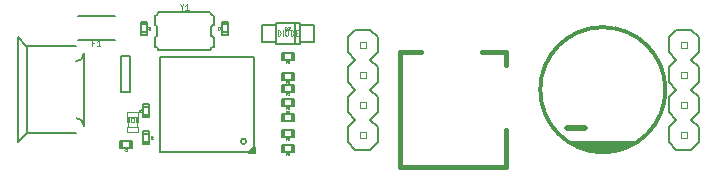
<source format=gto>
G04 (created by PCBNEW (2013-07-07 BZR 4022)-stable) date 4/25/2015 1:18:05 AM*
%MOIN*%
G04 Gerber Fmt 3.4, Leading zero omitted, Abs format*
%FSLAX34Y34*%
G01*
G70*
G90*
G04 APERTURE LIST*
%ADD10C,0.00590551*%
%ADD11C,0.005*%
%ADD12C,0.0079*%
%ADD13C,0.0026*%
%ADD14C,0.004*%
%ADD15C,0.015*%
%ADD16C,0.012*%
%ADD17C,0.019685*%
%ADD18C,0.008*%
%ADD19C,0.002*%
%ADD20C,0.0035*%
%ADD21C,0.0024*%
%ADD22C,0.0012*%
%ADD23C,0.0039*%
G04 APERTURE END LIST*
G54D10*
G54D11*
X44600Y-15198D02*
X44600Y-17601D01*
X44345Y-17346D02*
G75*
G02X44600Y-17601I0J-255D01*
G74*
G01*
X44345Y-17856D02*
X42732Y-17856D01*
X44346Y-15452D02*
G75*
G03X44600Y-15198I0J254D01*
G74*
G01*
X44346Y-14944D02*
X42732Y-14944D01*
X42400Y-14650D02*
X42400Y-18150D01*
X42400Y-14650D02*
X42683Y-14933D01*
X42748Y-14943D02*
X42695Y-14943D01*
X42695Y-14943D02*
X42683Y-14933D01*
X42403Y-18152D02*
X42685Y-17870D01*
X42688Y-17867D02*
X42700Y-17857D01*
X42700Y-17857D02*
X42733Y-17857D01*
X42703Y-14940D02*
X42703Y-17855D01*
X46150Y-15275D02*
X46150Y-16475D01*
X46150Y-16475D02*
X45850Y-16475D01*
X45850Y-16475D02*
X45850Y-15275D01*
X45850Y-15275D02*
X46150Y-15275D01*
X52270Y-14235D02*
X52270Y-14795D01*
X51000Y-14165D02*
X51810Y-14165D01*
X51810Y-14885D02*
X51000Y-14885D01*
X50540Y-14235D02*
X50540Y-14795D01*
X50970Y-14795D02*
X50550Y-14795D01*
X50550Y-14235D02*
X50980Y-14235D01*
X51830Y-14235D02*
X52270Y-14235D01*
X52260Y-14795D02*
X51830Y-14795D01*
X50990Y-14165D02*
X50990Y-14885D01*
X51650Y-14165D02*
X51650Y-14885D01*
X51810Y-14885D02*
X51810Y-14165D01*
X50117Y-18475D02*
X50117Y-18514D01*
X50117Y-18514D02*
X50314Y-18514D01*
X50314Y-18514D02*
X50314Y-18317D01*
X50314Y-18317D02*
X50275Y-18317D01*
X50117Y-18475D02*
X50275Y-18317D01*
X50275Y-18317D02*
X50275Y-18357D01*
X50275Y-18357D02*
X50157Y-18475D01*
X50157Y-18475D02*
X50196Y-18475D01*
X50196Y-18475D02*
X50275Y-18396D01*
G54D12*
X50007Y-18120D02*
G75*
G03X50007Y-18120I-87J0D01*
G74*
G01*
X50275Y-18475D02*
X50275Y-15325D01*
X50275Y-15325D02*
X47125Y-15325D01*
X47125Y-15325D02*
X47125Y-18475D01*
X47125Y-18475D02*
X50275Y-18475D01*
G54D11*
X45654Y-13956D02*
X44395Y-13956D01*
X45654Y-14743D02*
X44395Y-14743D01*
G54D13*
X46048Y-17298D02*
X46402Y-17298D01*
X46402Y-17298D02*
X46402Y-17141D01*
X46048Y-17141D02*
X46402Y-17141D01*
X46048Y-17298D02*
X46048Y-17141D01*
X46048Y-17809D02*
X46402Y-17809D01*
X46402Y-17809D02*
X46402Y-17652D01*
X46048Y-17652D02*
X46402Y-17652D01*
X46048Y-17809D02*
X46048Y-17652D01*
X46048Y-17475D02*
X46107Y-17475D01*
X46107Y-17475D02*
X46107Y-17357D01*
X46048Y-17357D02*
X46107Y-17357D01*
X46048Y-17475D02*
X46048Y-17357D01*
X46343Y-17475D02*
X46402Y-17475D01*
X46402Y-17475D02*
X46402Y-17357D01*
X46343Y-17357D02*
X46402Y-17357D01*
X46343Y-17475D02*
X46343Y-17357D01*
X46166Y-17475D02*
X46284Y-17475D01*
X46284Y-17475D02*
X46284Y-17357D01*
X46166Y-17357D02*
X46284Y-17357D01*
X46166Y-17475D02*
X46166Y-17357D01*
G54D14*
X46068Y-17298D02*
X46068Y-17652D01*
X46382Y-17298D02*
X46382Y-17652D01*
G54D11*
X46565Y-16970D02*
X46785Y-16970D01*
X46565Y-17230D02*
X46785Y-17230D01*
X46565Y-17310D02*
X46785Y-17310D01*
X46785Y-17310D02*
X46785Y-16890D01*
X46785Y-16890D02*
X46565Y-16890D01*
X46565Y-16890D02*
X46565Y-17310D01*
X51270Y-16935D02*
X51270Y-16715D01*
X51530Y-16935D02*
X51530Y-16715D01*
X51610Y-16935D02*
X51610Y-16715D01*
X51610Y-16715D02*
X51190Y-16715D01*
X51190Y-16715D02*
X51190Y-16935D01*
X51190Y-16935D02*
X51610Y-16935D01*
X51270Y-16460D02*
X51270Y-16240D01*
X51530Y-16460D02*
X51530Y-16240D01*
X51610Y-16460D02*
X51610Y-16240D01*
X51610Y-16240D02*
X51190Y-16240D01*
X51190Y-16240D02*
X51190Y-16460D01*
X51190Y-16460D02*
X51610Y-16460D01*
X51270Y-16060D02*
X51270Y-15840D01*
X51530Y-16060D02*
X51530Y-15840D01*
X51610Y-16060D02*
X51610Y-15840D01*
X51610Y-15840D02*
X51190Y-15840D01*
X51190Y-15840D02*
X51190Y-16060D01*
X51190Y-16060D02*
X51610Y-16060D01*
X46785Y-18130D02*
X46565Y-18130D01*
X46785Y-17870D02*
X46565Y-17870D01*
X46785Y-17790D02*
X46565Y-17790D01*
X46565Y-17790D02*
X46565Y-18210D01*
X46565Y-18210D02*
X46785Y-18210D01*
X46785Y-18210D02*
X46785Y-17790D01*
X51270Y-15410D02*
X51270Y-15190D01*
X51530Y-15410D02*
X51530Y-15190D01*
X51610Y-15410D02*
X51610Y-15190D01*
X51610Y-15190D02*
X51190Y-15190D01*
X51190Y-15190D02*
X51190Y-15410D01*
X51190Y-15410D02*
X51610Y-15410D01*
X46710Y-14480D02*
X46490Y-14480D01*
X46710Y-14220D02*
X46490Y-14220D01*
X46710Y-14140D02*
X46490Y-14140D01*
X46490Y-14140D02*
X46490Y-14560D01*
X46490Y-14560D02*
X46710Y-14560D01*
X46710Y-14560D02*
X46710Y-14140D01*
X49190Y-14220D02*
X49410Y-14220D01*
X49190Y-14480D02*
X49410Y-14480D01*
X49190Y-14560D02*
X49410Y-14560D01*
X49410Y-14560D02*
X49410Y-14140D01*
X49410Y-14140D02*
X49190Y-14140D01*
X49190Y-14140D02*
X49190Y-14560D01*
X51530Y-17215D02*
X51530Y-17435D01*
X51270Y-17215D02*
X51270Y-17435D01*
X51190Y-17215D02*
X51190Y-17435D01*
X51190Y-17435D02*
X51610Y-17435D01*
X51610Y-17435D02*
X51610Y-17215D01*
X51610Y-17215D02*
X51190Y-17215D01*
X45870Y-18335D02*
X45870Y-18115D01*
X46130Y-18335D02*
X46130Y-18115D01*
X46210Y-18335D02*
X46210Y-18115D01*
X46210Y-18115D02*
X45790Y-18115D01*
X45790Y-18115D02*
X45790Y-18335D01*
X45790Y-18335D02*
X46210Y-18335D01*
X51270Y-17960D02*
X51270Y-17740D01*
X51530Y-17960D02*
X51530Y-17740D01*
X51610Y-17960D02*
X51610Y-17740D01*
X51610Y-17740D02*
X51190Y-17740D01*
X51190Y-17740D02*
X51190Y-17960D01*
X51190Y-17960D02*
X51610Y-17960D01*
X51270Y-18460D02*
X51270Y-18240D01*
X51530Y-18460D02*
X51530Y-18240D01*
X51610Y-18460D02*
X51610Y-18240D01*
X51610Y-18240D02*
X51190Y-18240D01*
X51190Y-18240D02*
X51190Y-18460D01*
X51190Y-18460D02*
X51610Y-18460D01*
G54D10*
X48816Y-13820D02*
G75*
G03X48934Y-13938I118J0D01*
G74*
G01*
X46965Y-13938D02*
G75*
G03X47083Y-13820I0J118D01*
G74*
G01*
X47083Y-13820D02*
X48816Y-13820D01*
X46965Y-14253D02*
X46965Y-13938D01*
X48934Y-14253D02*
X48934Y-13938D01*
X48855Y-14607D02*
X48855Y-14292D01*
X48855Y-14607D02*
X48934Y-14646D01*
X48855Y-14292D02*
X48934Y-14253D01*
X48934Y-14961D02*
X48934Y-14646D01*
X48934Y-14961D02*
G75*
G03X48816Y-15079I0J-118D01*
G74*
G01*
X47083Y-15079D02*
X48816Y-15079D01*
X46965Y-14961D02*
X46965Y-14646D01*
X47083Y-15079D02*
G75*
G03X46965Y-14961I-118J0D01*
G74*
G01*
X46965Y-14646D02*
X47044Y-14607D01*
X46965Y-14253D02*
X47044Y-14292D01*
X47044Y-14607D02*
X47044Y-14292D01*
G54D15*
X58671Y-18962D02*
X58671Y-17742D01*
X58671Y-15144D02*
X58671Y-15577D01*
X55128Y-15144D02*
X55837Y-15144D01*
X57884Y-15144D02*
X58671Y-15144D01*
X55128Y-18963D02*
X58672Y-18963D01*
X55128Y-15144D02*
X55128Y-18963D01*
G54D16*
X62962Y-18171D02*
X60837Y-18171D01*
X60994Y-18250D02*
X62805Y-18250D01*
X61151Y-18329D02*
X62648Y-18329D01*
X62411Y-18407D02*
X61388Y-18407D01*
X63986Y-16400D02*
G75*
G03X63986Y-16400I-2086J0D01*
G74*
G01*
G54D17*
X61309Y-17679D02*
X60718Y-17679D01*
G54D13*
X53800Y-17800D02*
X53800Y-18000D01*
X53800Y-18000D02*
X54000Y-18000D01*
X54000Y-17800D02*
X54000Y-18000D01*
X53800Y-17800D02*
X54000Y-17800D01*
X53800Y-16800D02*
X53800Y-17000D01*
X53800Y-17000D02*
X54000Y-17000D01*
X54000Y-16800D02*
X54000Y-17000D01*
X53800Y-16800D02*
X54000Y-16800D01*
X53800Y-15800D02*
X53800Y-16000D01*
X53800Y-16000D02*
X54000Y-16000D01*
X54000Y-15800D02*
X54000Y-16000D01*
X53800Y-15800D02*
X54000Y-15800D01*
X53800Y-14800D02*
X53800Y-15000D01*
X53800Y-15000D02*
X54000Y-15000D01*
X54000Y-14800D02*
X54000Y-15000D01*
X53800Y-14800D02*
X54000Y-14800D01*
G54D18*
X54400Y-17650D02*
X54400Y-18150D01*
X54400Y-18150D02*
X54150Y-18400D01*
X53650Y-18400D02*
X53400Y-18150D01*
X54150Y-16400D02*
X54400Y-16650D01*
X54400Y-16650D02*
X54400Y-17150D01*
X54400Y-17150D02*
X54150Y-17400D01*
X53650Y-17400D02*
X53400Y-17150D01*
X53400Y-17150D02*
X53400Y-16650D01*
X53400Y-16650D02*
X53650Y-16400D01*
X54400Y-17650D02*
X54150Y-17400D01*
X53650Y-17400D02*
X53400Y-17650D01*
X53400Y-18150D02*
X53400Y-17650D01*
X54400Y-14650D02*
X54400Y-15150D01*
X54400Y-15150D02*
X54150Y-15400D01*
X53650Y-15400D02*
X53400Y-15150D01*
X54150Y-15400D02*
X54400Y-15650D01*
X54400Y-15650D02*
X54400Y-16150D01*
X54400Y-16150D02*
X54150Y-16400D01*
X53650Y-16400D02*
X53400Y-16150D01*
X53400Y-16150D02*
X53400Y-15650D01*
X53400Y-15650D02*
X53650Y-15400D01*
X54150Y-14400D02*
X53650Y-14400D01*
X54400Y-14650D02*
X54150Y-14400D01*
X53650Y-14400D02*
X53400Y-14650D01*
X53400Y-15150D02*
X53400Y-14650D01*
X54150Y-18400D02*
X53650Y-18400D01*
G54D13*
X64500Y-17800D02*
X64500Y-18000D01*
X64500Y-18000D02*
X64700Y-18000D01*
X64700Y-17800D02*
X64700Y-18000D01*
X64500Y-17800D02*
X64700Y-17800D01*
X64500Y-16800D02*
X64500Y-17000D01*
X64500Y-17000D02*
X64700Y-17000D01*
X64700Y-16800D02*
X64700Y-17000D01*
X64500Y-16800D02*
X64700Y-16800D01*
X64500Y-15800D02*
X64500Y-16000D01*
X64500Y-16000D02*
X64700Y-16000D01*
X64700Y-15800D02*
X64700Y-16000D01*
X64500Y-15800D02*
X64700Y-15800D01*
X64500Y-14800D02*
X64500Y-15000D01*
X64500Y-15000D02*
X64700Y-15000D01*
X64700Y-14800D02*
X64700Y-15000D01*
X64500Y-14800D02*
X64700Y-14800D01*
G54D18*
X65100Y-17650D02*
X65100Y-18150D01*
X65100Y-18150D02*
X64850Y-18400D01*
X64350Y-18400D02*
X64100Y-18150D01*
X64850Y-16400D02*
X65100Y-16650D01*
X65100Y-16650D02*
X65100Y-17150D01*
X65100Y-17150D02*
X64850Y-17400D01*
X64350Y-17400D02*
X64100Y-17150D01*
X64100Y-17150D02*
X64100Y-16650D01*
X64100Y-16650D02*
X64350Y-16400D01*
X65100Y-17650D02*
X64850Y-17400D01*
X64350Y-17400D02*
X64100Y-17650D01*
X64100Y-18150D02*
X64100Y-17650D01*
X65100Y-14650D02*
X65100Y-15150D01*
X65100Y-15150D02*
X64850Y-15400D01*
X64350Y-15400D02*
X64100Y-15150D01*
X64850Y-15400D02*
X65100Y-15650D01*
X65100Y-15650D02*
X65100Y-16150D01*
X65100Y-16150D02*
X64850Y-16400D01*
X64350Y-16400D02*
X64100Y-16150D01*
X64100Y-16150D02*
X64100Y-15650D01*
X64100Y-15650D02*
X64350Y-15400D01*
X64850Y-14400D02*
X64350Y-14400D01*
X65100Y-14650D02*
X64850Y-14400D01*
X64350Y-14400D02*
X64100Y-14650D01*
X64100Y-15150D02*
X64100Y-14650D01*
X64850Y-18400D02*
X64350Y-18400D01*
G54D19*
X51306Y-14405D02*
X51306Y-14305D01*
X51330Y-14305D01*
X51344Y-14310D01*
X51353Y-14319D01*
X51358Y-14329D01*
X51363Y-14348D01*
X51363Y-14362D01*
X51358Y-14381D01*
X51353Y-14391D01*
X51344Y-14400D01*
X51330Y-14405D01*
X51306Y-14405D01*
X51401Y-14315D02*
X51406Y-14310D01*
X51415Y-14305D01*
X51439Y-14305D01*
X51449Y-14310D01*
X51453Y-14315D01*
X51458Y-14324D01*
X51458Y-14334D01*
X51453Y-14348D01*
X51396Y-14405D01*
X51458Y-14405D01*
G54D20*
X51064Y-14593D02*
X51064Y-14423D01*
X51104Y-14423D01*
X51128Y-14431D01*
X51145Y-14448D01*
X51153Y-14464D01*
X51161Y-14496D01*
X51161Y-14520D01*
X51153Y-14553D01*
X51145Y-14569D01*
X51128Y-14585D01*
X51104Y-14593D01*
X51064Y-14593D01*
X51234Y-14593D02*
X51234Y-14423D01*
X51347Y-14423D02*
X51379Y-14423D01*
X51395Y-14431D01*
X51412Y-14448D01*
X51420Y-14480D01*
X51420Y-14537D01*
X51412Y-14569D01*
X51395Y-14585D01*
X51379Y-14593D01*
X51347Y-14593D01*
X51331Y-14585D01*
X51315Y-14569D01*
X51306Y-14537D01*
X51306Y-14480D01*
X51315Y-14448D01*
X51331Y-14431D01*
X51347Y-14423D01*
X51493Y-14593D02*
X51493Y-14423D01*
X51533Y-14423D01*
X51557Y-14431D01*
X51574Y-14448D01*
X51582Y-14464D01*
X51590Y-14496D01*
X51590Y-14520D01*
X51582Y-14553D01*
X51574Y-14569D01*
X51557Y-14585D01*
X51533Y-14593D01*
X51493Y-14593D01*
X51663Y-14504D02*
X51719Y-14504D01*
X51744Y-14593D02*
X51663Y-14593D01*
X51663Y-14423D01*
X51744Y-14423D01*
G54D21*
X44949Y-14836D02*
X44883Y-14836D01*
X44883Y-14939D02*
X44883Y-14742D01*
X44977Y-14742D01*
X45155Y-14939D02*
X45043Y-14939D01*
X45099Y-14939D02*
X45099Y-14742D01*
X45080Y-14770D01*
X45061Y-14789D01*
X45043Y-14799D01*
G54D22*
X46509Y-17110D02*
X46480Y-17130D01*
X46509Y-17144D02*
X46449Y-17144D01*
X46449Y-17121D01*
X46452Y-17115D01*
X46455Y-17112D01*
X46460Y-17110D01*
X46469Y-17110D01*
X46475Y-17112D01*
X46477Y-17115D01*
X46480Y-17121D01*
X46480Y-17144D01*
X46509Y-17052D02*
X46509Y-17087D01*
X46509Y-17070D02*
X46449Y-17070D01*
X46457Y-17075D01*
X46463Y-17081D01*
X46466Y-17087D01*
X51390Y-17039D02*
X51370Y-17010D01*
X51355Y-17039D02*
X51355Y-16979D01*
X51378Y-16979D01*
X51384Y-16982D01*
X51387Y-16985D01*
X51390Y-16990D01*
X51390Y-16999D01*
X51387Y-17005D01*
X51384Y-17007D01*
X51378Y-17010D01*
X51355Y-17010D01*
X51424Y-17005D02*
X51418Y-17002D01*
X51415Y-16999D01*
X51412Y-16993D01*
X51412Y-16990D01*
X51415Y-16985D01*
X51418Y-16982D01*
X51424Y-16979D01*
X51435Y-16979D01*
X51441Y-16982D01*
X51444Y-16985D01*
X51447Y-16990D01*
X51447Y-16993D01*
X51444Y-16999D01*
X51441Y-17002D01*
X51435Y-17005D01*
X51424Y-17005D01*
X51418Y-17007D01*
X51415Y-17010D01*
X51412Y-17016D01*
X51412Y-17027D01*
X51415Y-17033D01*
X51418Y-17036D01*
X51424Y-17039D01*
X51435Y-17039D01*
X51441Y-17036D01*
X51444Y-17033D01*
X51447Y-17027D01*
X51447Y-17016D01*
X51444Y-17010D01*
X51441Y-17007D01*
X51435Y-17005D01*
X51390Y-16564D02*
X51370Y-16535D01*
X51355Y-16564D02*
X51355Y-16504D01*
X51378Y-16504D01*
X51384Y-16507D01*
X51387Y-16510D01*
X51390Y-16515D01*
X51390Y-16524D01*
X51387Y-16530D01*
X51384Y-16532D01*
X51378Y-16535D01*
X51355Y-16535D01*
X51410Y-16504D02*
X51450Y-16504D01*
X51424Y-16564D01*
X51390Y-16164D02*
X51370Y-16135D01*
X51355Y-16164D02*
X51355Y-16104D01*
X51378Y-16104D01*
X51384Y-16107D01*
X51387Y-16110D01*
X51390Y-16115D01*
X51390Y-16124D01*
X51387Y-16130D01*
X51384Y-16132D01*
X51378Y-16135D01*
X51355Y-16135D01*
X51441Y-16104D02*
X51430Y-16104D01*
X51424Y-16107D01*
X51421Y-16110D01*
X51415Y-16118D01*
X51412Y-16130D01*
X51412Y-16152D01*
X51415Y-16158D01*
X51418Y-16161D01*
X51424Y-16164D01*
X51435Y-16164D01*
X51441Y-16161D01*
X51444Y-16158D01*
X51447Y-16152D01*
X51447Y-16138D01*
X51444Y-16132D01*
X51441Y-16130D01*
X51435Y-16127D01*
X51424Y-16127D01*
X51418Y-16130D01*
X51415Y-16132D01*
X51412Y-16138D01*
X46889Y-18010D02*
X46860Y-18030D01*
X46889Y-18044D02*
X46829Y-18044D01*
X46829Y-18021D01*
X46832Y-18015D01*
X46835Y-18012D01*
X46840Y-18010D01*
X46849Y-18010D01*
X46855Y-18012D01*
X46857Y-18015D01*
X46860Y-18021D01*
X46860Y-18044D01*
X46829Y-17955D02*
X46829Y-17984D01*
X46857Y-17987D01*
X46855Y-17984D01*
X46852Y-17978D01*
X46852Y-17964D01*
X46855Y-17958D01*
X46857Y-17955D01*
X46863Y-17952D01*
X46877Y-17952D01*
X46883Y-17955D01*
X46886Y-17958D01*
X46889Y-17964D01*
X46889Y-17978D01*
X46886Y-17984D01*
X46883Y-17987D01*
X51390Y-15514D02*
X51370Y-15485D01*
X51355Y-15514D02*
X51355Y-15454D01*
X51378Y-15454D01*
X51384Y-15457D01*
X51387Y-15460D01*
X51390Y-15465D01*
X51390Y-15474D01*
X51387Y-15480D01*
X51384Y-15482D01*
X51378Y-15485D01*
X51355Y-15485D01*
X51412Y-15460D02*
X51415Y-15457D01*
X51421Y-15454D01*
X51435Y-15454D01*
X51441Y-15457D01*
X51444Y-15460D01*
X51447Y-15465D01*
X51447Y-15471D01*
X51444Y-15480D01*
X51410Y-15514D01*
X51447Y-15514D01*
X46808Y-14360D02*
X46811Y-14362D01*
X46814Y-14371D01*
X46814Y-14377D01*
X46811Y-14385D01*
X46805Y-14391D01*
X46800Y-14394D01*
X46788Y-14397D01*
X46780Y-14397D01*
X46768Y-14394D01*
X46762Y-14391D01*
X46757Y-14385D01*
X46754Y-14377D01*
X46754Y-14371D01*
X46757Y-14362D01*
X46760Y-14360D01*
X46814Y-14302D02*
X46814Y-14337D01*
X46814Y-14320D02*
X46754Y-14320D01*
X46762Y-14325D01*
X46768Y-14331D01*
X46771Y-14337D01*
X49128Y-14360D02*
X49131Y-14362D01*
X49134Y-14371D01*
X49134Y-14377D01*
X49131Y-14385D01*
X49125Y-14391D01*
X49120Y-14394D01*
X49108Y-14397D01*
X49100Y-14397D01*
X49088Y-14394D01*
X49082Y-14391D01*
X49077Y-14385D01*
X49074Y-14377D01*
X49074Y-14371D01*
X49077Y-14362D01*
X49080Y-14360D01*
X49080Y-14337D02*
X49077Y-14334D01*
X49074Y-14328D01*
X49074Y-14314D01*
X49077Y-14308D01*
X49080Y-14305D01*
X49085Y-14302D01*
X49091Y-14302D01*
X49100Y-14305D01*
X49134Y-14340D01*
X49134Y-14302D01*
X51390Y-17153D02*
X51387Y-17156D01*
X51378Y-17159D01*
X51372Y-17159D01*
X51364Y-17156D01*
X51358Y-17150D01*
X51355Y-17145D01*
X51352Y-17133D01*
X51352Y-17125D01*
X51355Y-17113D01*
X51358Y-17107D01*
X51364Y-17102D01*
X51372Y-17099D01*
X51378Y-17099D01*
X51387Y-17102D01*
X51390Y-17105D01*
X51441Y-17119D02*
X51441Y-17159D01*
X51427Y-17096D02*
X51412Y-17139D01*
X51450Y-17139D01*
X45990Y-18433D02*
X45987Y-18436D01*
X45978Y-18439D01*
X45972Y-18439D01*
X45964Y-18436D01*
X45958Y-18430D01*
X45955Y-18425D01*
X45952Y-18413D01*
X45952Y-18405D01*
X45955Y-18393D01*
X45958Y-18387D01*
X45964Y-18382D01*
X45972Y-18379D01*
X45978Y-18379D01*
X45987Y-18382D01*
X45990Y-18385D01*
X46010Y-18379D02*
X46047Y-18379D01*
X46027Y-18402D01*
X46035Y-18402D01*
X46041Y-18405D01*
X46044Y-18407D01*
X46047Y-18413D01*
X46047Y-18427D01*
X46044Y-18433D01*
X46041Y-18436D01*
X46035Y-18439D01*
X46018Y-18439D01*
X46012Y-18436D01*
X46010Y-18433D01*
X51390Y-18064D02*
X51370Y-18035D01*
X51355Y-18064D02*
X51355Y-18004D01*
X51378Y-18004D01*
X51384Y-18007D01*
X51387Y-18010D01*
X51390Y-18015D01*
X51390Y-18024D01*
X51387Y-18030D01*
X51384Y-18032D01*
X51378Y-18035D01*
X51355Y-18035D01*
X51441Y-18024D02*
X51441Y-18064D01*
X51427Y-18001D02*
X51412Y-18044D01*
X51450Y-18044D01*
X51390Y-18564D02*
X51370Y-18535D01*
X51355Y-18564D02*
X51355Y-18504D01*
X51378Y-18504D01*
X51384Y-18507D01*
X51387Y-18510D01*
X51390Y-18515D01*
X51390Y-18524D01*
X51387Y-18530D01*
X51384Y-18532D01*
X51378Y-18535D01*
X51355Y-18535D01*
X51410Y-18504D02*
X51447Y-18504D01*
X51427Y-18527D01*
X51435Y-18527D01*
X51441Y-18530D01*
X51444Y-18532D01*
X51447Y-18538D01*
X51447Y-18552D01*
X51444Y-18558D01*
X51441Y-18561D01*
X51435Y-18564D01*
X51418Y-18564D01*
X51412Y-18561D01*
X51410Y-18558D01*
G54D23*
X47856Y-13648D02*
X47856Y-13741D01*
X47791Y-13545D02*
X47856Y-13648D01*
X47922Y-13545D01*
X48090Y-13741D02*
X47978Y-13741D01*
X48034Y-13741D02*
X48034Y-13545D01*
X48015Y-13573D01*
X47996Y-13592D01*
X47978Y-13601D01*
M02*

</source>
